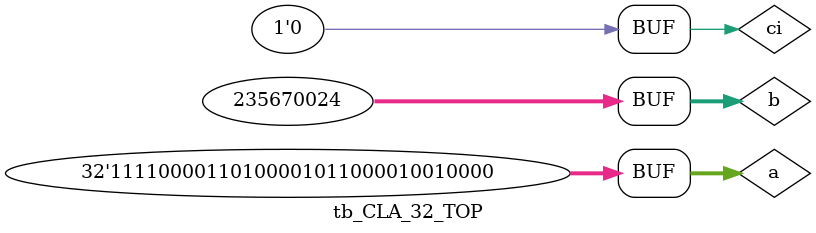
<source format=v>

`timescale 1ns / 1ps

module tb_CLA_32_TOP();

    reg[31:0] a, b;
    reg ci;
    wire[31:0] sum;
    
    // CLA_32_TOP(a, b, ci, s)
    CLA_32_TOP Adder32Bit(a, b, ci, sum);
    
    initial begin
        a = 32'h00000000;
        b = 32'h00000000;
        ci = 1'b0;
        #10;
        
        a = 32'h0000AAAA;
        b = 32'hBBBB0000;
        ci = 1'b0;
        #10;
        
        a = 32'h0000000F;
        b = 32'h00000001;
        ci = 1'b0;
        #10;
        
        a = 32'hABACADAE;
        b = 32'h01234567;
        ci = 1'b0;
        #10;
                
        a = 32'hF0D0B090;
        b = 32'h0E0C0A08;
        ci = 1'b0;
        #10;
    end

endmodule

</source>
